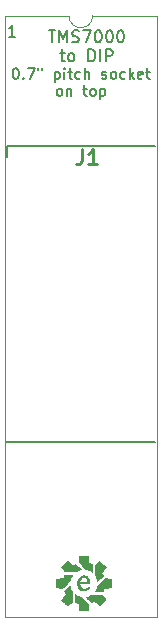
<source format=gto>
G04 #@! TF.GenerationSoftware,KiCad,Pcbnew,(6.0.0)*
G04 #@! TF.CreationDate,2023-01-29T20:36:38-05:00*
G04 #@! TF.ProjectId,tms7000 28 pin adapter,746d7337-3030-4302-9032-382070696e20,rev?*
G04 #@! TF.SameCoordinates,Original*
G04 #@! TF.FileFunction,Legend,Top*
G04 #@! TF.FilePolarity,Positive*
%FSLAX46Y46*%
G04 Gerber Fmt 4.6, Leading zero omitted, Abs format (unit mm)*
G04 Created by KiCad (PCBNEW (6.0.0)) date 2023-01-29 20:36:38*
%MOMM*%
%LPD*%
G01*
G04 APERTURE LIST*
%ADD10C,0.150000*%
%ADD11C,0.130000*%
%ADD12C,0.254000*%
%ADD13C,0.120000*%
%ADD14C,0.200000*%
%ADD15R,1.600000X1.600000*%
%ADD16O,1.600000X1.600000*%
%ADD17R,1.100000X1.100000*%
%ADD18C,1.100000*%
G04 APERTURE END LIST*
D10*
X120459904Y-52749380D02*
X121031333Y-52749380D01*
X120745619Y-53749380D02*
X120745619Y-52749380D01*
X121364666Y-53749380D02*
X121364666Y-52749380D01*
X121698000Y-53463666D01*
X122031333Y-52749380D01*
X122031333Y-53749380D01*
X122459904Y-53701761D02*
X122602761Y-53749380D01*
X122840857Y-53749380D01*
X122936095Y-53701761D01*
X122983714Y-53654142D01*
X123031333Y-53558904D01*
X123031333Y-53463666D01*
X122983714Y-53368428D01*
X122936095Y-53320809D01*
X122840857Y-53273190D01*
X122650380Y-53225571D01*
X122555142Y-53177952D01*
X122507523Y-53130333D01*
X122459904Y-53035095D01*
X122459904Y-52939857D01*
X122507523Y-52844619D01*
X122555142Y-52797000D01*
X122650380Y-52749380D01*
X122888476Y-52749380D01*
X123031333Y-52797000D01*
X123364666Y-52749380D02*
X124031333Y-52749380D01*
X123602761Y-53749380D01*
X124602761Y-52749380D02*
X124698000Y-52749380D01*
X124793238Y-52797000D01*
X124840857Y-52844619D01*
X124888476Y-52939857D01*
X124936095Y-53130333D01*
X124936095Y-53368428D01*
X124888476Y-53558904D01*
X124840857Y-53654142D01*
X124793238Y-53701761D01*
X124698000Y-53749380D01*
X124602761Y-53749380D01*
X124507523Y-53701761D01*
X124459904Y-53654142D01*
X124412285Y-53558904D01*
X124364666Y-53368428D01*
X124364666Y-53130333D01*
X124412285Y-52939857D01*
X124459904Y-52844619D01*
X124507523Y-52797000D01*
X124602761Y-52749380D01*
X125555142Y-52749380D02*
X125650380Y-52749380D01*
X125745619Y-52797000D01*
X125793238Y-52844619D01*
X125840857Y-52939857D01*
X125888476Y-53130333D01*
X125888476Y-53368428D01*
X125840857Y-53558904D01*
X125793238Y-53654142D01*
X125745619Y-53701761D01*
X125650380Y-53749380D01*
X125555142Y-53749380D01*
X125459904Y-53701761D01*
X125412285Y-53654142D01*
X125364666Y-53558904D01*
X125317047Y-53368428D01*
X125317047Y-53130333D01*
X125364666Y-52939857D01*
X125412285Y-52844619D01*
X125459904Y-52797000D01*
X125555142Y-52749380D01*
X126507523Y-52749380D02*
X126602761Y-52749380D01*
X126698000Y-52797000D01*
X126745619Y-52844619D01*
X126793238Y-52939857D01*
X126840857Y-53130333D01*
X126840857Y-53368428D01*
X126793238Y-53558904D01*
X126745619Y-53654142D01*
X126698000Y-53701761D01*
X126602761Y-53749380D01*
X126507523Y-53749380D01*
X126412285Y-53701761D01*
X126364666Y-53654142D01*
X126317047Y-53558904D01*
X126269428Y-53368428D01*
X126269428Y-53130333D01*
X126317047Y-52939857D01*
X126364666Y-52844619D01*
X126412285Y-52797000D01*
X126507523Y-52749380D01*
X121436095Y-54692714D02*
X121817047Y-54692714D01*
X121578952Y-54359380D02*
X121578952Y-55216523D01*
X121626571Y-55311761D01*
X121721809Y-55359380D01*
X121817047Y-55359380D01*
X122293238Y-55359380D02*
X122198000Y-55311761D01*
X122150380Y-55264142D01*
X122102761Y-55168904D01*
X122102761Y-54883190D01*
X122150380Y-54787952D01*
X122198000Y-54740333D01*
X122293238Y-54692714D01*
X122436095Y-54692714D01*
X122531333Y-54740333D01*
X122578952Y-54787952D01*
X122626571Y-54883190D01*
X122626571Y-55168904D01*
X122578952Y-55264142D01*
X122531333Y-55311761D01*
X122436095Y-55359380D01*
X122293238Y-55359380D01*
X123817047Y-55359380D02*
X123817047Y-54359380D01*
X124055142Y-54359380D01*
X124198000Y-54407000D01*
X124293238Y-54502238D01*
X124340857Y-54597476D01*
X124388476Y-54787952D01*
X124388476Y-54930809D01*
X124340857Y-55121285D01*
X124293238Y-55216523D01*
X124198000Y-55311761D01*
X124055142Y-55359380D01*
X123817047Y-55359380D01*
X124817047Y-55359380D02*
X124817047Y-54359380D01*
X125293238Y-55359380D02*
X125293238Y-54359380D01*
X125674190Y-54359380D01*
X125769428Y-54407000D01*
X125817047Y-54454619D01*
X125864666Y-54549857D01*
X125864666Y-54692714D01*
X125817047Y-54787952D01*
X125769428Y-54835571D01*
X125674190Y-54883190D01*
X125293238Y-54883190D01*
D11*
X117640000Y-55932642D02*
X117725714Y-55932642D01*
X117811428Y-55975500D01*
X117854285Y-56018357D01*
X117897142Y-56104071D01*
X117940000Y-56275500D01*
X117940000Y-56489785D01*
X117897142Y-56661214D01*
X117854285Y-56746928D01*
X117811428Y-56789785D01*
X117725714Y-56832642D01*
X117640000Y-56832642D01*
X117554285Y-56789785D01*
X117511428Y-56746928D01*
X117468571Y-56661214D01*
X117425714Y-56489785D01*
X117425714Y-56275500D01*
X117468571Y-56104071D01*
X117511428Y-56018357D01*
X117554285Y-55975500D01*
X117640000Y-55932642D01*
X118325714Y-56746928D02*
X118368571Y-56789785D01*
X118325714Y-56832642D01*
X118282857Y-56789785D01*
X118325714Y-56746928D01*
X118325714Y-56832642D01*
X118668571Y-55932642D02*
X119268571Y-55932642D01*
X118882857Y-56832642D01*
X119568571Y-55932642D02*
X119568571Y-56104071D01*
X119911428Y-55932642D02*
X119911428Y-56104071D01*
X120982857Y-56232642D02*
X120982857Y-57132642D01*
X120982857Y-56275500D02*
X121068571Y-56232642D01*
X121240000Y-56232642D01*
X121325714Y-56275500D01*
X121368571Y-56318357D01*
X121411428Y-56404071D01*
X121411428Y-56661214D01*
X121368571Y-56746928D01*
X121325714Y-56789785D01*
X121240000Y-56832642D01*
X121068571Y-56832642D01*
X120982857Y-56789785D01*
X121797142Y-56832642D02*
X121797142Y-56232642D01*
X121797142Y-55932642D02*
X121754285Y-55975500D01*
X121797142Y-56018357D01*
X121840000Y-55975500D01*
X121797142Y-55932642D01*
X121797142Y-56018357D01*
X122097142Y-56232642D02*
X122440000Y-56232642D01*
X122225714Y-55932642D02*
X122225714Y-56704071D01*
X122268571Y-56789785D01*
X122354285Y-56832642D01*
X122440000Y-56832642D01*
X123125714Y-56789785D02*
X123040000Y-56832642D01*
X122868571Y-56832642D01*
X122782857Y-56789785D01*
X122740000Y-56746928D01*
X122697142Y-56661214D01*
X122697142Y-56404071D01*
X122740000Y-56318357D01*
X122782857Y-56275500D01*
X122868571Y-56232642D01*
X123040000Y-56232642D01*
X123125714Y-56275500D01*
X123511428Y-56832642D02*
X123511428Y-55932642D01*
X123897142Y-56832642D02*
X123897142Y-56361214D01*
X123854285Y-56275500D01*
X123768571Y-56232642D01*
X123640000Y-56232642D01*
X123554285Y-56275500D01*
X123511428Y-56318357D01*
X124968571Y-56789785D02*
X125054285Y-56832642D01*
X125225714Y-56832642D01*
X125311428Y-56789785D01*
X125354285Y-56704071D01*
X125354285Y-56661214D01*
X125311428Y-56575500D01*
X125225714Y-56532642D01*
X125097142Y-56532642D01*
X125011428Y-56489785D01*
X124968571Y-56404071D01*
X124968571Y-56361214D01*
X125011428Y-56275500D01*
X125097142Y-56232642D01*
X125225714Y-56232642D01*
X125311428Y-56275500D01*
X125868571Y-56832642D02*
X125782857Y-56789785D01*
X125740000Y-56746928D01*
X125697142Y-56661214D01*
X125697142Y-56404071D01*
X125740000Y-56318357D01*
X125782857Y-56275500D01*
X125868571Y-56232642D01*
X125997142Y-56232642D01*
X126082857Y-56275500D01*
X126125714Y-56318357D01*
X126168571Y-56404071D01*
X126168571Y-56661214D01*
X126125714Y-56746928D01*
X126082857Y-56789785D01*
X125997142Y-56832642D01*
X125868571Y-56832642D01*
X126940000Y-56789785D02*
X126854285Y-56832642D01*
X126682857Y-56832642D01*
X126597142Y-56789785D01*
X126554285Y-56746928D01*
X126511428Y-56661214D01*
X126511428Y-56404071D01*
X126554285Y-56318357D01*
X126597142Y-56275500D01*
X126682857Y-56232642D01*
X126854285Y-56232642D01*
X126940000Y-56275500D01*
X127325714Y-56832642D02*
X127325714Y-55932642D01*
X127411428Y-56489785D02*
X127668571Y-56832642D01*
X127668571Y-56232642D02*
X127325714Y-56575500D01*
X128397142Y-56789785D02*
X128311428Y-56832642D01*
X128140000Y-56832642D01*
X128054285Y-56789785D01*
X128011428Y-56704071D01*
X128011428Y-56361214D01*
X128054285Y-56275500D01*
X128140000Y-56232642D01*
X128311428Y-56232642D01*
X128397142Y-56275500D01*
X128440000Y-56361214D01*
X128440000Y-56446928D01*
X128011428Y-56532642D01*
X128697142Y-56232642D02*
X129040000Y-56232642D01*
X128825714Y-55932642D02*
X128825714Y-56704071D01*
X128868571Y-56789785D01*
X128954285Y-56832642D01*
X129040000Y-56832642D01*
X121304285Y-58281642D02*
X121218571Y-58238785D01*
X121175714Y-58195928D01*
X121132857Y-58110214D01*
X121132857Y-57853071D01*
X121175714Y-57767357D01*
X121218571Y-57724500D01*
X121304285Y-57681642D01*
X121432857Y-57681642D01*
X121518571Y-57724500D01*
X121561428Y-57767357D01*
X121604285Y-57853071D01*
X121604285Y-58110214D01*
X121561428Y-58195928D01*
X121518571Y-58238785D01*
X121432857Y-58281642D01*
X121304285Y-58281642D01*
X121990000Y-57681642D02*
X121990000Y-58281642D01*
X121990000Y-57767357D02*
X122032857Y-57724500D01*
X122118571Y-57681642D01*
X122247142Y-57681642D01*
X122332857Y-57724500D01*
X122375714Y-57810214D01*
X122375714Y-58281642D01*
X123361428Y-57681642D02*
X123704285Y-57681642D01*
X123490000Y-57381642D02*
X123490000Y-58153071D01*
X123532857Y-58238785D01*
X123618571Y-58281642D01*
X123704285Y-58281642D01*
X124132857Y-58281642D02*
X124047142Y-58238785D01*
X124004285Y-58195928D01*
X123961428Y-58110214D01*
X123961428Y-57853071D01*
X124004285Y-57767357D01*
X124047142Y-57724500D01*
X124132857Y-57681642D01*
X124261428Y-57681642D01*
X124347142Y-57724500D01*
X124390000Y-57767357D01*
X124432857Y-57853071D01*
X124432857Y-58110214D01*
X124390000Y-58195928D01*
X124347142Y-58238785D01*
X124261428Y-58281642D01*
X124132857Y-58281642D01*
X124818571Y-57681642D02*
X124818571Y-58581642D01*
X124818571Y-57724500D02*
X124904285Y-57681642D01*
X125075714Y-57681642D01*
X125161428Y-57724500D01*
X125204285Y-57767357D01*
X125247142Y-57853071D01*
X125247142Y-58110214D01*
X125204285Y-58195928D01*
X125161428Y-58238785D01*
X125075714Y-58281642D01*
X124904285Y-58281642D01*
X124818571Y-58238785D01*
D10*
X117633714Y-53284380D02*
X117062285Y-53284380D01*
X117348000Y-53284380D02*
X117348000Y-52284380D01*
X117252761Y-52427238D01*
X117157523Y-52522476D01*
X117062285Y-52570095D01*
D12*
X123274666Y-62804523D02*
X123274666Y-63711666D01*
X123214190Y-63893095D01*
X123093238Y-64014047D01*
X122911809Y-64074523D01*
X122790857Y-64074523D01*
X124544666Y-64074523D02*
X123818952Y-64074523D01*
X124181809Y-64074523D02*
X124181809Y-62804523D01*
X124060857Y-62985952D01*
X123939904Y-63106904D01*
X123818952Y-63167380D01*
D13*
X129645000Y-51507000D02*
X124185000Y-51507000D01*
X122185000Y-51507000D02*
X116725000Y-51507000D01*
X116725000Y-51507000D02*
X116725000Y-102427000D01*
X116725000Y-102427000D02*
X129645000Y-102427000D01*
X129645000Y-102427000D02*
X129645000Y-51507000D01*
X122185000Y-51507000D02*
G75*
G03*
X124185000Y-51507000I1000000J0D01*
G01*
D14*
X129470000Y-62491000D02*
X116910000Y-62491000D01*
X116840000Y-87623000D02*
X129470000Y-87623000D01*
X116910000Y-62491000D02*
X116910000Y-63500000D01*
G36*
X122746492Y-100493189D02*
G01*
X122768321Y-100508119D01*
X122795311Y-100526838D01*
X122797796Y-100528574D01*
X122866943Y-100572323D01*
X122944439Y-100613821D01*
X123021436Y-100648426D01*
X123040343Y-100655745D01*
X123076061Y-100668119D01*
X123117303Y-100680990D01*
X123159759Y-100693177D01*
X123199119Y-100703502D01*
X123231073Y-100710782D01*
X123251311Y-100713837D01*
X123252532Y-100713865D01*
X123261124Y-100719842D01*
X123280736Y-100737008D01*
X123310174Y-100764216D01*
X123348240Y-100800318D01*
X123393740Y-100844168D01*
X123445477Y-100894618D01*
X123502255Y-100950520D01*
X123562880Y-101010728D01*
X123585620Y-101033441D01*
X123905108Y-101353016D01*
X123899761Y-101400204D01*
X123896565Y-101428214D01*
X123892018Y-101467812D01*
X123886772Y-101513338D01*
X123882354Y-101551562D01*
X123876285Y-101605271D01*
X123869764Y-101665060D01*
X123863756Y-101721977D01*
X123860782Y-101751220D01*
X123856394Y-101793885D01*
X123852078Y-101833518D01*
X123848417Y-101864867D01*
X123846529Y-101879261D01*
X123841791Y-101911814D01*
X123054891Y-101911814D01*
X123050152Y-101879261D01*
X123047318Y-101857030D01*
X123043415Y-101822768D01*
X123039027Y-101781727D01*
X123035925Y-101751220D01*
X123030532Y-101699312D01*
X123023977Y-101639664D01*
X123017313Y-101581753D01*
X123014207Y-101555902D01*
X123008408Y-101505843D01*
X123002754Y-101452369D01*
X122998060Y-101403404D01*
X122996034Y-101379362D01*
X122992244Y-101343393D01*
X122987417Y-101316247D01*
X122982264Y-101301545D01*
X122980493Y-101300004D01*
X122954768Y-101292254D01*
X122918974Y-101280632D01*
X122877887Y-101266787D01*
X122836284Y-101252363D01*
X122798942Y-101239008D01*
X122770637Y-101228367D01*
X122760388Y-101224151D01*
X122723495Y-101207858D01*
X122723495Y-100843158D01*
X122723591Y-100751036D01*
X122723906Y-100675002D01*
X122724478Y-100613781D01*
X122725346Y-100566100D01*
X122726548Y-100530686D01*
X122728123Y-100506265D01*
X122730110Y-100491565D01*
X122732546Y-100485310D01*
X122734346Y-100485143D01*
X122746492Y-100493189D01*
G37*
G36*
X125272143Y-99120576D02*
G01*
X125301968Y-99123882D01*
X125343141Y-99128542D01*
X125389770Y-99133885D01*
X125427562Y-99138261D01*
X125481268Y-99144358D01*
X125541055Y-99150902D01*
X125597969Y-99156922D01*
X125627220Y-99159900D01*
X125669885Y-99164287D01*
X125709518Y-99168603D01*
X125740867Y-99172265D01*
X125755261Y-99174152D01*
X125787814Y-99178891D01*
X125787814Y-99965791D01*
X125755261Y-99970529D01*
X125733030Y-99973364D01*
X125698768Y-99977266D01*
X125657727Y-99981654D01*
X125627220Y-99984757D01*
X125575312Y-99990149D01*
X125515664Y-99996705D01*
X125457753Y-100003369D01*
X125431902Y-100006475D01*
X125381843Y-100012273D01*
X125328369Y-100017928D01*
X125279404Y-100022622D01*
X125255362Y-100024648D01*
X125219411Y-100028436D01*
X125192259Y-100033262D01*
X125177536Y-100038413D01*
X125175983Y-100040188D01*
X125166236Y-100072643D01*
X125152543Y-100114966D01*
X125137054Y-100160770D01*
X125121917Y-100203666D01*
X125112156Y-100229911D01*
X125089603Y-100288506D01*
X124726884Y-100288506D01*
X124649427Y-100288415D01*
X124577625Y-100288156D01*
X124513278Y-100287748D01*
X124458183Y-100287211D01*
X124414137Y-100286563D01*
X124382940Y-100285825D01*
X124366387Y-100285016D01*
X124364164Y-100284582D01*
X124368786Y-100276113D01*
X124381032Y-100257212D01*
X124398474Y-100231602D01*
X124402742Y-100225471D01*
X124448905Y-100152605D01*
X124491866Y-100072100D01*
X124527020Y-99992711D01*
X124531745Y-99980338D01*
X124545314Y-99941143D01*
X124558879Y-99897289D01*
X124571274Y-99853114D01*
X124581337Y-99812955D01*
X124587903Y-99781149D01*
X124589865Y-99763809D01*
X124596001Y-99752983D01*
X124614443Y-99730569D01*
X124645242Y-99696513D01*
X124688450Y-99650761D01*
X124744118Y-99593258D01*
X124812298Y-99523950D01*
X124893041Y-99442783D01*
X124905379Y-99430442D01*
X125220894Y-99115016D01*
X125272143Y-99120576D01*
G37*
G36*
X122130039Y-97682436D02*
G01*
X122151745Y-97699380D01*
X122183924Y-97724852D01*
X122223637Y-97756493D01*
X122267947Y-97791943D01*
X122313915Y-97828845D01*
X122358603Y-97864837D01*
X122399074Y-97897561D01*
X122432389Y-97924657D01*
X122455609Y-97943766D01*
X122458660Y-97946318D01*
X122475377Y-97959992D01*
X122499250Y-97979099D01*
X122514881Y-97991454D01*
X122553670Y-98021942D01*
X122614710Y-97988960D01*
X122654563Y-97968444D01*
X122700624Y-97946224D01*
X122742994Y-97927075D01*
X122743406Y-97926898D01*
X122811062Y-97897817D01*
X123066765Y-98153411D01*
X123121525Y-98208287D01*
X123172271Y-98259411D01*
X123217723Y-98305474D01*
X123256603Y-98345168D01*
X123287632Y-98377185D01*
X123309533Y-98400216D01*
X123321025Y-98412953D01*
X123322469Y-98415038D01*
X123314716Y-98419601D01*
X123294983Y-98424453D01*
X123281235Y-98426664D01*
X123245307Y-98433141D01*
X123198734Y-98443772D01*
X123147279Y-98457030D01*
X123096702Y-98471387D01*
X123052765Y-98485316D01*
X123032640Y-98492578D01*
X122980897Y-98514823D01*
X122923151Y-98543198D01*
X122867039Y-98573761D01*
X122822425Y-98601083D01*
X122778123Y-98630475D01*
X121857412Y-98630475D01*
X121843990Y-98609991D01*
X121829597Y-98590040D01*
X121818957Y-98577438D01*
X121809649Y-98566665D01*
X121791724Y-98545006D01*
X121767383Y-98515155D01*
X121738828Y-98479803D01*
X121723895Y-98461199D01*
X121690581Y-98419657D01*
X121657064Y-98377937D01*
X121626702Y-98340214D01*
X121602853Y-98310662D01*
X121597627Y-98304208D01*
X121574144Y-98274827D01*
X121552527Y-98247078D01*
X121537185Y-98226627D01*
X121536374Y-98225494D01*
X121517937Y-98199602D01*
X122076775Y-97641540D01*
X122130039Y-97682436D01*
G37*
G36*
X123846529Y-97265420D02*
G01*
X123849364Y-97287651D01*
X123853266Y-97321914D01*
X123857654Y-97362954D01*
X123860757Y-97393462D01*
X123866149Y-97445369D01*
X123872705Y-97505018D01*
X123879369Y-97562929D01*
X123882475Y-97588780D01*
X123888273Y-97638838D01*
X123893928Y-97692312D01*
X123898622Y-97741277D01*
X123900648Y-97765320D01*
X123904438Y-97801289D01*
X123909264Y-97828435D01*
X123914418Y-97843136D01*
X123916188Y-97844677D01*
X123941913Y-97852428D01*
X123977708Y-97864049D01*
X124018794Y-97877895D01*
X124060397Y-97892318D01*
X124097739Y-97905674D01*
X124126044Y-97916315D01*
X124136294Y-97920531D01*
X124173187Y-97936824D01*
X124173187Y-98301011D01*
X124173137Y-98378622D01*
X124172994Y-98450574D01*
X124172770Y-98515074D01*
X124172473Y-98570329D01*
X124172117Y-98614546D01*
X124171710Y-98645930D01*
X124171264Y-98662690D01*
X124171017Y-98665030D01*
X124163435Y-98660347D01*
X124144792Y-98647881D01*
X124118270Y-98629776D01*
X124099400Y-98616755D01*
X123983310Y-98546675D01*
X123857706Y-98490275D01*
X123724993Y-98448608D01*
X123704424Y-98443648D01*
X123639318Y-98428563D01*
X123315944Y-98106359D01*
X122992569Y-97784154D01*
X122997419Y-97740722D01*
X123000397Y-97714377D01*
X123004754Y-97676232D01*
X123009868Y-97631732D01*
X123014327Y-97593120D01*
X123020396Y-97539411D01*
X123026918Y-97479621D01*
X123032925Y-97422705D01*
X123035900Y-97393462D01*
X123040287Y-97350796D01*
X123044603Y-97311163D01*
X123048265Y-97279815D01*
X123050152Y-97265420D01*
X123054891Y-97232867D01*
X123841791Y-97232867D01*
X123846529Y-97265420D01*
G37*
G36*
X124582051Y-100505937D02*
G01*
X125028245Y-100506347D01*
X125067309Y-100555643D01*
X125088961Y-100582886D01*
X125108167Y-100606910D01*
X125120763Y-100622508D01*
X125131877Y-100636210D01*
X125151148Y-100660100D01*
X125176640Y-100691769D01*
X125206418Y-100728806D01*
X125238547Y-100768801D01*
X125271093Y-100809344D01*
X125302121Y-100848025D01*
X125329696Y-100882434D01*
X125351883Y-100910160D01*
X125366746Y-100928794D01*
X125372157Y-100935656D01*
X125367764Y-100943835D01*
X125351643Y-100963309D01*
X125324534Y-100993294D01*
X125287179Y-101033004D01*
X125240320Y-101081655D01*
X125184697Y-101138463D01*
X125121053Y-101202643D01*
X125099386Y-101224337D01*
X124819717Y-101503908D01*
X124667898Y-101381599D01*
X124622922Y-101345347D01*
X124581653Y-101312046D01*
X124546306Y-101283486D01*
X124519094Y-101261456D01*
X124502231Y-101247745D01*
X124498686Y-101244832D01*
X124484508Y-101233249D01*
X124460712Y-101214016D01*
X124431248Y-101190318D01*
X124413647Y-101176208D01*
X124346000Y-101122045D01*
X124270444Y-101160326D01*
X124230514Y-101180184D01*
X124189580Y-101199928D01*
X124154601Y-101216220D01*
X124144820Y-101220591D01*
X124094751Y-101242575D01*
X123838007Y-100986269D01*
X123783277Y-100931448D01*
X123732722Y-100880451D01*
X123687595Y-100834568D01*
X123649146Y-100795090D01*
X123618630Y-100763304D01*
X123597297Y-100740503D01*
X123586402Y-100727976D01*
X123585269Y-100725957D01*
X123595287Y-100722624D01*
X123617511Y-100717860D01*
X123644679Y-100713102D01*
X123773993Y-100683751D01*
X123901178Y-100637530D01*
X124025033Y-100574905D01*
X124069885Y-100547601D01*
X124135858Y-100505526D01*
X124582051Y-100505937D01*
G37*
G36*
X122296335Y-99714527D02*
G01*
X122301414Y-99733466D01*
X122302458Y-99739446D01*
X122330590Y-99871415D01*
X122372231Y-99997660D01*
X122426255Y-100115138D01*
X122468190Y-100186462D01*
X122506475Y-100245644D01*
X122506475Y-101154787D01*
X122477834Y-101179558D01*
X122452552Y-101200902D01*
X122423804Y-101224459D01*
X122414898Y-101231595D01*
X122397701Y-101245331D01*
X122369625Y-101267827D01*
X122333317Y-101296961D01*
X122291424Y-101330607D01*
X122246593Y-101366643D01*
X122237370Y-101374060D01*
X122194303Y-101408679D01*
X122155548Y-101439793D01*
X122123245Y-101465690D01*
X122099529Y-101484657D01*
X122086539Y-101494981D01*
X122085026Y-101496157D01*
X122076847Y-101491764D01*
X122057372Y-101475643D01*
X122027388Y-101448534D01*
X121987678Y-101411179D01*
X121939026Y-101364320D01*
X121882218Y-101308697D01*
X121818038Y-101245053D01*
X121796344Y-101223386D01*
X121516774Y-100943717D01*
X121639082Y-100791898D01*
X121675335Y-100746922D01*
X121708636Y-100705653D01*
X121737196Y-100670306D01*
X121759226Y-100643094D01*
X121772936Y-100626231D01*
X121775850Y-100622686D01*
X121787433Y-100608508D01*
X121806666Y-100584712D01*
X121830363Y-100555248D01*
X121844473Y-100537647D01*
X121898637Y-100470000D01*
X121860355Y-100394444D01*
X121840361Y-100354217D01*
X121820356Y-100312696D01*
X121803746Y-100276989D01*
X121799364Y-100267176D01*
X121776653Y-100215463D01*
X122030829Y-99961178D01*
X122085554Y-99906573D01*
X122136531Y-99855987D01*
X122182445Y-99810702D01*
X122221985Y-99771999D01*
X122253836Y-99741163D01*
X122276687Y-99719474D01*
X122289224Y-99708216D01*
X122291177Y-99706893D01*
X122296335Y-99714527D01*
G37*
G36*
X122929479Y-99245170D02*
G01*
X122974915Y-99166627D01*
X123034703Y-99092349D01*
X123053365Y-99072742D01*
X123126627Y-99007793D01*
X123204991Y-98957972D01*
X123292082Y-98921108D01*
X123322393Y-98911691D01*
X123360888Y-98901276D01*
X123392279Y-98894919D01*
X123422898Y-98891961D01*
X123459080Y-98891736D01*
X123499094Y-98893209D01*
X123575080Y-98900002D01*
X123640180Y-98913862D01*
X123700005Y-98936449D01*
X123760167Y-98969419D01*
X123763036Y-98971214D01*
X123828465Y-99022327D01*
X123884304Y-99086467D01*
X123928966Y-99161253D01*
X123960860Y-99244304D01*
X123970162Y-99281534D01*
X123976673Y-99324089D01*
X123980166Y-99372630D01*
X123980775Y-99422999D01*
X123978633Y-99471038D01*
X123973876Y-99512590D01*
X123966636Y-99543497D01*
X123961355Y-99554905D01*
X123947086Y-99576681D01*
X123148853Y-99576681D01*
X123149158Y-99613575D01*
X123157673Y-99696333D01*
X123181001Y-99773712D01*
X123217917Y-99843660D01*
X123267197Y-99904123D01*
X123327617Y-99953049D01*
X123363920Y-99973690D01*
X123392396Y-99987478D01*
X123414778Y-99996715D01*
X123435826Y-100002312D01*
X123460302Y-100005181D01*
X123492966Y-100006233D01*
X123534685Y-100006380D01*
X123580502Y-100006056D01*
X123613514Y-100004620D01*
X123638274Y-100001375D01*
X123659332Y-99995626D01*
X123681242Y-99986676D01*
X123690023Y-99982626D01*
X123726029Y-99962771D01*
X123767747Y-99935265D01*
X123809452Y-99904290D01*
X123845418Y-99874027D01*
X123864194Y-99855417D01*
X123881853Y-99841128D01*
X123900374Y-99839219D01*
X123923019Y-99850277D01*
X123948209Y-99870542D01*
X123985888Y-99903979D01*
X123955836Y-99953656D01*
X123897496Y-100034246D01*
X123828021Y-100102289D01*
X123748735Y-100156702D01*
X123660965Y-100196405D01*
X123656349Y-100197994D01*
X123620336Y-100209109D01*
X123586676Y-100216480D01*
X123549496Y-100220992D01*
X123502925Y-100223533D01*
X123483064Y-100224126D01*
X123437101Y-100224519D01*
X123392701Y-100223520D01*
X123355441Y-100221331D01*
X123333948Y-100218755D01*
X123262983Y-100200088D01*
X123189402Y-100170187D01*
X123120505Y-100132074D01*
X123113732Y-100127647D01*
X123044831Y-100071628D01*
X122986071Y-100002762D01*
X122938009Y-99922683D01*
X122901204Y-99833020D01*
X122876215Y-99735408D01*
X122863601Y-99631477D01*
X122863920Y-99522859D01*
X122874605Y-99429108D01*
X122876564Y-99420427D01*
X123148523Y-99420427D01*
X123385240Y-99420378D01*
X123451461Y-99420044D01*
X123512483Y-99419122D01*
X123565809Y-99417695D01*
X123608943Y-99415846D01*
X123639387Y-99413656D01*
X123653617Y-99411536D01*
X123685190Y-99396391D01*
X123705398Y-99370702D01*
X123715229Y-99332768D01*
X123716557Y-99303236D01*
X123707583Y-99241517D01*
X123682921Y-99184158D01*
X123644132Y-99133575D01*
X123592782Y-99092184D01*
X123572402Y-99080458D01*
X123527130Y-99064932D01*
X123473764Y-99059305D01*
X123418386Y-99063451D01*
X123367078Y-99077245D01*
X123349764Y-99085067D01*
X123292567Y-99123970D01*
X123242713Y-99176330D01*
X123202478Y-99238999D01*
X123174141Y-99308827D01*
X123166611Y-99338233D01*
X123160280Y-99367636D01*
X123154773Y-99392802D01*
X123152962Y-99400895D01*
X123148523Y-99420427D01*
X122876564Y-99420427D01*
X122896630Y-99331491D01*
X122929479Y-99245170D01*
G37*
G36*
X122269645Y-98847591D02*
G01*
X122345680Y-98847906D01*
X122406901Y-98848478D01*
X122454582Y-98849346D01*
X122489996Y-98850548D01*
X122514416Y-98852123D01*
X122529117Y-98854110D01*
X122535371Y-98856546D01*
X122535538Y-98858346D01*
X122527493Y-98870492D01*
X122512563Y-98892321D01*
X122493843Y-98919311D01*
X122492108Y-98921796D01*
X122448358Y-98990943D01*
X122406861Y-99068439D01*
X122372255Y-99145436D01*
X122364936Y-99164343D01*
X122352563Y-99200061D01*
X122339692Y-99241303D01*
X122327504Y-99283759D01*
X122317180Y-99323119D01*
X122309900Y-99355073D01*
X122306844Y-99375311D01*
X122306816Y-99376532D01*
X122300796Y-99386052D01*
X122283674Y-99406154D01*
X122256862Y-99435439D01*
X122221772Y-99472505D01*
X122179813Y-99515954D01*
X122132396Y-99564385D01*
X122080934Y-99616400D01*
X122026836Y-99670597D01*
X121971513Y-99725578D01*
X121916377Y-99779943D01*
X121862838Y-99832292D01*
X121812307Y-99881225D01*
X121766196Y-99925343D01*
X121725914Y-99963246D01*
X121692874Y-99993534D01*
X121668485Y-100014807D01*
X121654159Y-100025666D01*
X121651373Y-100026782D01*
X121629774Y-100024805D01*
X121608013Y-100022464D01*
X121530079Y-100013458D01*
X121466492Y-100006164D01*
X121414357Y-100000261D01*
X121370779Y-99995427D01*
X121332864Y-99991340D01*
X121297716Y-99987678D01*
X121269462Y-99984820D01*
X121226797Y-99980417D01*
X121187165Y-99976088D01*
X121155816Y-99972419D01*
X121141420Y-99970529D01*
X121108867Y-99965791D01*
X121108867Y-99178891D01*
X121141420Y-99174152D01*
X121163651Y-99171318D01*
X121197914Y-99167415D01*
X121238954Y-99163027D01*
X121269462Y-99159925D01*
X121321369Y-99154532D01*
X121381018Y-99147977D01*
X121438929Y-99141313D01*
X121464780Y-99138207D01*
X121514838Y-99132408D01*
X121568312Y-99126754D01*
X121617277Y-99122060D01*
X121641320Y-99120034D01*
X121677289Y-99116244D01*
X121704435Y-99111417D01*
X121719136Y-99106264D01*
X121720677Y-99104493D01*
X121728428Y-99078768D01*
X121740049Y-99042974D01*
X121753895Y-99001887D01*
X121768318Y-98960284D01*
X121781674Y-98922942D01*
X121792315Y-98894637D01*
X121796531Y-98884388D01*
X121812824Y-98847495D01*
X122177523Y-98847495D01*
X122269645Y-98847591D01*
G37*
G36*
X125099386Y-97920344D02*
G01*
X125165412Y-97986691D01*
X125223650Y-98045914D01*
X125273359Y-98097228D01*
X125313798Y-98139850D01*
X125344226Y-98172993D01*
X125363901Y-98195875D01*
X125372081Y-98207709D01*
X125372157Y-98209026D01*
X125364559Y-98218655D01*
X125348029Y-98239371D01*
X125324523Y-98268735D01*
X125295999Y-98304313D01*
X125264413Y-98343668D01*
X125231723Y-98384363D01*
X125199885Y-98423962D01*
X125170857Y-98460029D01*
X125146595Y-98490128D01*
X125129056Y-98511821D01*
X125120763Y-98521995D01*
X125109205Y-98536179D01*
X125089996Y-98559974D01*
X125066322Y-98589426D01*
X125052303Y-98606917D01*
X124998234Y-98674447D01*
X125044728Y-98767481D01*
X125064311Y-98807476D01*
X125082017Y-98845103D01*
X125095741Y-98875804D01*
X125102810Y-98893341D01*
X125114397Y-98926166D01*
X124863038Y-99177637D01*
X124808643Y-99231923D01*
X124758023Y-99282185D01*
X124712496Y-99327133D01*
X124673381Y-99365478D01*
X124641993Y-99395931D01*
X124619652Y-99417202D01*
X124607674Y-99428003D01*
X124606041Y-99429108D01*
X124598518Y-99422224D01*
X124595134Y-99415376D01*
X124590758Y-99395365D01*
X124589865Y-99382288D01*
X124587187Y-99360138D01*
X124579934Y-99325975D01*
X124569275Y-99284170D01*
X124556381Y-99239092D01*
X124542420Y-99195113D01*
X124531529Y-99164343D01*
X124501099Y-99090207D01*
X124467524Y-99023571D01*
X124427988Y-98957904D01*
X124390207Y-98899038D01*
X124390207Y-97989895D01*
X124418847Y-97965123D01*
X124444112Y-97943779D01*
X124472846Y-97920197D01*
X124481783Y-97913018D01*
X124498658Y-97899504D01*
X124526517Y-97877119D01*
X124562834Y-97847896D01*
X124605081Y-97813870D01*
X124650733Y-97777073D01*
X124667898Y-97763230D01*
X124819717Y-97640774D01*
X125099386Y-97920344D01*
G37*
%LPC*%
D15*
X115565000Y-52837000D03*
D16*
X115565000Y-55377000D03*
X115565000Y-57917000D03*
X115565000Y-60457000D03*
X115565000Y-62997000D03*
X115565000Y-65537000D03*
X115565000Y-68077000D03*
X115565000Y-70617000D03*
X115565000Y-73157000D03*
X115565000Y-75697000D03*
X115565000Y-78237000D03*
X115565000Y-80777000D03*
X115565000Y-83317000D03*
X115565000Y-85857000D03*
X115565000Y-88397000D03*
X115565000Y-90937000D03*
X115565000Y-93477000D03*
X115565000Y-96017000D03*
X115565000Y-98557000D03*
X115565000Y-101097000D03*
X130805000Y-101097000D03*
X130805000Y-98557000D03*
X130805000Y-96017000D03*
X130805000Y-93477000D03*
X130805000Y-90937000D03*
X130805000Y-88397000D03*
X130805000Y-85857000D03*
X130805000Y-83317000D03*
X130805000Y-80777000D03*
X130805000Y-78237000D03*
X130805000Y-75697000D03*
X130805000Y-73157000D03*
X130805000Y-70617000D03*
X130805000Y-68077000D03*
X130805000Y-65537000D03*
X130805000Y-62997000D03*
X130805000Y-60457000D03*
X130805000Y-57917000D03*
X130805000Y-55377000D03*
X130805000Y-52837000D03*
D17*
X118110000Y-63500000D03*
D18*
X118110000Y-65278000D03*
X118110000Y-67056000D03*
X118110000Y-68834000D03*
X118110000Y-70612000D03*
X118110000Y-72390000D03*
X118110000Y-74168000D03*
X118110000Y-75946000D03*
X118110000Y-77724000D03*
X118110000Y-79502000D03*
X118110000Y-81280000D03*
X118110000Y-83058000D03*
X118110000Y-84836000D03*
X118110000Y-86614000D03*
X128270000Y-86614000D03*
X128270000Y-84836000D03*
X128270000Y-83058000D03*
X128270000Y-81280000D03*
X128270000Y-79502000D03*
X128270000Y-77724000D03*
X128270000Y-75946000D03*
X128270000Y-74168000D03*
X128270000Y-72390000D03*
X128270000Y-70612000D03*
X128270000Y-68834000D03*
X128270000Y-67056000D03*
X128270000Y-65278000D03*
X128270000Y-63500000D03*
M02*

</source>
